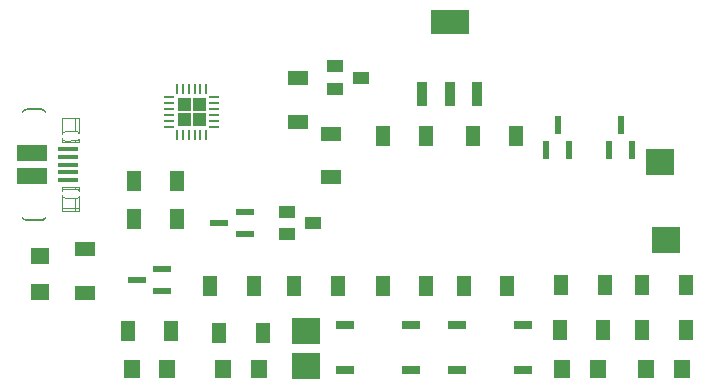
<source format=gbr>
G04 EAGLE Gerber RS-274X export*
G75*
%MOMM*%
%FSLAX34Y34*%
%LPD*%
%INSolderpaste Top*%
%IPPOS*%
%AMOC8*
5,1,8,0,0,1.08239X$1,22.5*%
G01*
%ADD10R,1.300000X1.800000*%
%ADD11R,1.600000X1.400000*%
%ADD12R,1.800000X1.300000*%
%ADD13R,1.524000X0.762000*%
%ADD14R,0.254000X0.914400*%
%ADD15R,0.914400X0.254000*%
%ADD16R,1.400000X1.000000*%
%ADD17R,0.901600X2.066000*%
%ADD18R,3.201600X2.066000*%
%ADD19C,0.005000*%
%ADD20R,1.750000X0.400000*%
%ADD21R,2.500000X1.375000*%
%ADD22R,2.489200X2.235200*%
%ADD23R,1.625600X0.609600*%
%ADD24R,1.400000X1.600000*%
%ADD25R,0.609600X1.625600*%

G36*
X148862Y247255D02*
X148862Y247255D01*
X148864Y247254D01*
X148907Y247274D01*
X148951Y247292D01*
X148951Y247294D01*
X148953Y247295D01*
X148986Y247380D01*
X148986Y258080D01*
X148985Y258082D01*
X148986Y258084D01*
X148966Y258127D01*
X148948Y258171D01*
X148946Y258171D01*
X148945Y258173D01*
X148860Y258206D01*
X138160Y258206D01*
X138158Y258205D01*
X138156Y258206D01*
X138113Y258186D01*
X138069Y258168D01*
X138069Y258166D01*
X138067Y258165D01*
X138034Y258080D01*
X138034Y247380D01*
X138035Y247378D01*
X138034Y247376D01*
X138054Y247333D01*
X138072Y247289D01*
X138074Y247289D01*
X138075Y247287D01*
X138160Y247254D01*
X148860Y247254D01*
X148862Y247255D01*
G37*
G36*
X161562Y247255D02*
X161562Y247255D01*
X161564Y247254D01*
X161607Y247274D01*
X161651Y247292D01*
X161651Y247294D01*
X161653Y247295D01*
X161686Y247380D01*
X161686Y258080D01*
X161685Y258082D01*
X161686Y258084D01*
X161666Y258127D01*
X161648Y258171D01*
X161646Y258171D01*
X161645Y258173D01*
X161560Y258206D01*
X150860Y258206D01*
X150858Y258205D01*
X150856Y258206D01*
X150813Y258186D01*
X150769Y258168D01*
X150769Y258166D01*
X150767Y258165D01*
X150734Y258080D01*
X150734Y247380D01*
X150735Y247378D01*
X150734Y247376D01*
X150754Y247333D01*
X150772Y247289D01*
X150774Y247289D01*
X150775Y247287D01*
X150860Y247254D01*
X161560Y247254D01*
X161562Y247255D01*
G37*
G36*
X148862Y234555D02*
X148862Y234555D01*
X148864Y234554D01*
X148907Y234574D01*
X148951Y234592D01*
X148951Y234594D01*
X148953Y234595D01*
X148986Y234680D01*
X148986Y245380D01*
X148985Y245382D01*
X148986Y245384D01*
X148966Y245427D01*
X148948Y245471D01*
X148946Y245471D01*
X148945Y245473D01*
X148860Y245506D01*
X138160Y245506D01*
X138158Y245505D01*
X138156Y245506D01*
X138113Y245486D01*
X138069Y245468D01*
X138069Y245466D01*
X138067Y245465D01*
X138034Y245380D01*
X138034Y234680D01*
X138035Y234678D01*
X138034Y234676D01*
X138054Y234633D01*
X138072Y234589D01*
X138074Y234589D01*
X138075Y234587D01*
X138160Y234554D01*
X148860Y234554D01*
X148862Y234555D01*
G37*
G36*
X161562Y234555D02*
X161562Y234555D01*
X161564Y234554D01*
X161607Y234574D01*
X161651Y234592D01*
X161651Y234594D01*
X161653Y234595D01*
X161686Y234680D01*
X161686Y245380D01*
X161685Y245382D01*
X161686Y245384D01*
X161666Y245427D01*
X161648Y245471D01*
X161646Y245471D01*
X161645Y245473D01*
X161560Y245506D01*
X150860Y245506D01*
X150858Y245505D01*
X150856Y245506D01*
X150813Y245486D01*
X150769Y245468D01*
X150769Y245466D01*
X150767Y245465D01*
X150734Y245380D01*
X150734Y234680D01*
X150735Y234678D01*
X150734Y234676D01*
X150754Y234633D01*
X150772Y234589D01*
X150774Y234589D01*
X150775Y234587D01*
X150860Y234554D01*
X161560Y234554D01*
X161562Y234555D01*
G37*
G36*
X6064Y242979D02*
X6064Y242979D01*
X6064Y242980D01*
X6199Y244130D01*
X6587Y245221D01*
X7208Y246198D01*
X8031Y247013D01*
X9014Y247625D01*
X10109Y248002D01*
X11260Y248126D01*
X22060Y248126D01*
X23132Y247964D01*
X24146Y247581D01*
X25056Y246993D01*
X25823Y246226D01*
X26411Y245316D01*
X26794Y244302D01*
X26956Y243229D01*
X26960Y243226D01*
X27010Y243226D01*
X27014Y243229D01*
X27014Y243230D01*
X27014Y245230D01*
X26909Y246165D01*
X26908Y246166D01*
X26909Y246166D01*
X26598Y247054D01*
X26598Y247055D01*
X26097Y247851D01*
X26097Y247852D01*
X25432Y248517D01*
X25431Y248517D01*
X24635Y249018D01*
X24634Y249018D01*
X23746Y249329D01*
X23745Y249328D01*
X23745Y249329D01*
X22810Y249434D01*
X10210Y249434D01*
X9275Y249329D01*
X9275Y249328D01*
X9274Y249329D01*
X8386Y249018D01*
X8385Y249018D01*
X7589Y248517D01*
X7588Y248517D01*
X6923Y247852D01*
X6923Y247851D01*
X6422Y247055D01*
X6422Y247054D01*
X6111Y246166D01*
X6112Y246165D01*
X6111Y246165D01*
X6006Y245230D01*
X6006Y242980D01*
X6009Y242976D01*
X6010Y242976D01*
X6060Y242976D01*
X6064Y242979D01*
G37*
G36*
X22810Y154426D02*
X22810Y154426D01*
X23745Y154531D01*
X23746Y154532D01*
X23746Y154531D01*
X24634Y154842D01*
X24634Y154843D01*
X24635Y154842D01*
X25431Y155343D01*
X25432Y155343D01*
X26097Y156008D01*
X26097Y156009D01*
X26598Y156805D01*
X26598Y156806D01*
X26909Y157694D01*
X26908Y157695D01*
X26909Y157695D01*
X26909Y157698D01*
X26910Y157702D01*
X26911Y157710D01*
X26911Y157711D01*
X26911Y157715D01*
X26912Y157723D01*
X26913Y157727D01*
X26913Y157728D01*
X26914Y157736D01*
X26914Y157740D01*
X26915Y157749D01*
X26915Y157753D01*
X26916Y157761D01*
X26916Y157762D01*
X26917Y157766D01*
X26918Y157774D01*
X26918Y157778D01*
X26918Y157779D01*
X26919Y157787D01*
X26920Y157791D01*
X26921Y157800D01*
X26921Y157804D01*
X26922Y157808D01*
X26922Y157812D01*
X26922Y157813D01*
X26923Y157817D01*
X26923Y157821D01*
X26924Y157829D01*
X26924Y157830D01*
X26925Y157834D01*
X26926Y157842D01*
X26926Y157846D01*
X26926Y157847D01*
X26927Y157855D01*
X26927Y157859D01*
X26928Y157868D01*
X26929Y157872D01*
X26930Y157880D01*
X26930Y157881D01*
X26930Y157885D01*
X26931Y157893D01*
X26932Y157897D01*
X26932Y157898D01*
X26933Y157906D01*
X26933Y157910D01*
X26934Y157919D01*
X26935Y157923D01*
X26936Y157931D01*
X26936Y157932D01*
X26936Y157936D01*
X26937Y157944D01*
X26937Y157948D01*
X26938Y157948D01*
X26937Y157949D01*
X26938Y157957D01*
X26939Y157961D01*
X26939Y157965D01*
X26939Y157966D01*
X26940Y157970D01*
X26940Y157974D01*
X26941Y157978D01*
X26941Y157982D01*
X26941Y157983D01*
X26942Y157987D01*
X26942Y157991D01*
X26943Y157999D01*
X26943Y158000D01*
X26944Y158004D01*
X26945Y158012D01*
X26945Y158016D01*
X26945Y158017D01*
X26946Y158025D01*
X26947Y158029D01*
X26948Y158038D01*
X26948Y158042D01*
X26949Y158050D01*
X26949Y158051D01*
X26949Y158055D01*
X26950Y158063D01*
X26951Y158067D01*
X26951Y158068D01*
X26952Y158076D01*
X26952Y158080D01*
X26953Y158089D01*
X26954Y158093D01*
X26955Y158101D01*
X26955Y158102D01*
X26955Y158106D01*
X26956Y158114D01*
X26957Y158118D01*
X26957Y158119D01*
X26958Y158127D01*
X26958Y158131D01*
X26959Y158135D01*
X26959Y158136D01*
X26959Y158140D01*
X26960Y158144D01*
X26960Y158148D01*
X26960Y158152D01*
X26961Y158152D01*
X26960Y158153D01*
X26961Y158157D01*
X26961Y158161D01*
X26962Y158169D01*
X26962Y158170D01*
X26963Y158174D01*
X26964Y158182D01*
X26964Y158186D01*
X26964Y158187D01*
X26965Y158195D01*
X26966Y158199D01*
X26967Y158208D01*
X26967Y158212D01*
X26968Y158220D01*
X26968Y158221D01*
X26969Y158225D01*
X26970Y158233D01*
X26970Y158237D01*
X26970Y158238D01*
X26971Y158246D01*
X26971Y158250D01*
X26972Y158250D01*
X26971Y158250D01*
X26972Y158259D01*
X26973Y158263D01*
X26974Y158271D01*
X26974Y158272D01*
X26974Y158276D01*
X26975Y158284D01*
X26976Y158288D01*
X26976Y158289D01*
X26977Y158297D01*
X26977Y158301D01*
X26978Y158305D01*
X26978Y158306D01*
X26978Y158310D01*
X26979Y158314D01*
X26979Y158318D01*
X26980Y158322D01*
X26980Y158323D01*
X26980Y158327D01*
X26981Y158331D01*
X26982Y158339D01*
X26982Y158340D01*
X26982Y158344D01*
X26983Y158352D01*
X26983Y158356D01*
X26983Y158357D01*
X26984Y158365D01*
X26985Y158369D01*
X26986Y158378D01*
X26986Y158382D01*
X26987Y158390D01*
X26987Y158391D01*
X26988Y158395D01*
X26989Y158403D01*
X26989Y158407D01*
X26989Y158408D01*
X26990Y158416D01*
X26991Y158420D01*
X26992Y158429D01*
X26992Y158433D01*
X26993Y158441D01*
X26993Y158442D01*
X26994Y158446D01*
X26994Y158454D01*
X26995Y158454D01*
X26994Y158454D01*
X26995Y158458D01*
X26995Y158459D01*
X26996Y158467D01*
X26996Y158471D01*
X26997Y158475D01*
X26997Y158476D01*
X26997Y158480D01*
X26998Y158484D01*
X26998Y158488D01*
X26999Y158497D01*
X27000Y158501D01*
X27001Y158509D01*
X27001Y158510D01*
X27001Y158514D01*
X27002Y158522D01*
X27003Y158526D01*
X27003Y158527D01*
X27004Y158535D01*
X27004Y158539D01*
X27005Y158548D01*
X27005Y158552D01*
X27006Y158552D01*
X27005Y158552D01*
X27006Y158560D01*
X27006Y158561D01*
X27007Y158565D01*
X27008Y158573D01*
X27008Y158577D01*
X27008Y158578D01*
X27009Y158586D01*
X27010Y158590D01*
X27011Y158599D01*
X27011Y158603D01*
X27012Y158611D01*
X27012Y158612D01*
X27013Y158616D01*
X27014Y158624D01*
X27014Y158628D01*
X27014Y158629D01*
X27014Y158630D01*
X27014Y160630D01*
X27011Y160634D01*
X27010Y160634D01*
X26960Y160634D01*
X26956Y160631D01*
X26955Y160627D01*
X26955Y160623D01*
X26954Y160619D01*
X26953Y160614D01*
X26953Y160610D01*
X26952Y160606D01*
X26951Y160602D01*
X26951Y160597D01*
X26950Y160593D01*
X26950Y160589D01*
X26949Y160589D01*
X26950Y160589D01*
X26949Y160585D01*
X26948Y160580D01*
X26948Y160576D01*
X26947Y160572D01*
X26946Y160568D01*
X26946Y160563D01*
X26945Y160559D01*
X26944Y160555D01*
X26944Y160551D01*
X26943Y160546D01*
X26942Y160542D01*
X26942Y160538D01*
X26941Y160534D01*
X26941Y160529D01*
X26940Y160525D01*
X26939Y160521D01*
X26939Y160517D01*
X26938Y160512D01*
X26937Y160508D01*
X26937Y160504D01*
X26936Y160500D01*
X26935Y160495D01*
X26935Y160491D01*
X26934Y160487D01*
X26934Y160483D01*
X26933Y160483D01*
X26934Y160483D01*
X26933Y160478D01*
X26932Y160474D01*
X26932Y160470D01*
X26931Y160466D01*
X26930Y160461D01*
X26930Y160457D01*
X26929Y160453D01*
X26928Y160449D01*
X26928Y160444D01*
X26927Y160440D01*
X26926Y160436D01*
X26926Y160432D01*
X26925Y160427D01*
X26925Y160423D01*
X26924Y160419D01*
X26923Y160415D01*
X26923Y160410D01*
X26922Y160406D01*
X26921Y160402D01*
X26921Y160398D01*
X26920Y160393D01*
X26919Y160389D01*
X26919Y160385D01*
X26918Y160381D01*
X26918Y160376D01*
X26917Y160376D01*
X26917Y160372D01*
X26916Y160368D01*
X26916Y160364D01*
X26915Y160359D01*
X26914Y160355D01*
X26914Y160351D01*
X26913Y160347D01*
X26912Y160342D01*
X26912Y160338D01*
X26911Y160334D01*
X26910Y160330D01*
X26910Y160325D01*
X26909Y160321D01*
X26909Y160317D01*
X26908Y160317D01*
X26909Y160317D01*
X26908Y160313D01*
X26907Y160308D01*
X26907Y160304D01*
X26906Y160300D01*
X26905Y160296D01*
X26905Y160291D01*
X26904Y160287D01*
X26903Y160283D01*
X26903Y160279D01*
X26902Y160274D01*
X26901Y160270D01*
X26901Y160266D01*
X26900Y160262D01*
X26900Y160257D01*
X26899Y160253D01*
X26898Y160249D01*
X26898Y160245D01*
X26897Y160240D01*
X26896Y160236D01*
X26896Y160232D01*
X26895Y160228D01*
X26894Y160223D01*
X26894Y160219D01*
X26893Y160215D01*
X26893Y160211D01*
X26892Y160211D01*
X26893Y160211D01*
X26892Y160206D01*
X26891Y160202D01*
X26891Y160198D01*
X26890Y160194D01*
X26889Y160189D01*
X26889Y160185D01*
X26888Y160181D01*
X26887Y160177D01*
X26887Y160172D01*
X26886Y160168D01*
X26885Y160164D01*
X26885Y160160D01*
X26884Y160155D01*
X26884Y160151D01*
X26883Y160147D01*
X26882Y160143D01*
X26882Y160138D01*
X26881Y160134D01*
X26880Y160130D01*
X26880Y160126D01*
X26879Y160121D01*
X26878Y160117D01*
X26878Y160113D01*
X26877Y160109D01*
X26877Y160104D01*
X26876Y160104D01*
X26876Y160100D01*
X26875Y160096D01*
X26875Y160092D01*
X26874Y160087D01*
X26873Y160083D01*
X26873Y160079D01*
X26872Y160075D01*
X26871Y160070D01*
X26871Y160066D01*
X26870Y160062D01*
X26869Y160058D01*
X26869Y160053D01*
X26868Y160049D01*
X26868Y160045D01*
X26867Y160045D01*
X26868Y160045D01*
X26867Y160041D01*
X26866Y160036D01*
X26866Y160032D01*
X26865Y160028D01*
X26864Y160024D01*
X26864Y160019D01*
X26863Y160015D01*
X26862Y160011D01*
X26862Y160007D01*
X26861Y160002D01*
X26860Y159998D01*
X26860Y159994D01*
X26859Y159990D01*
X26859Y159985D01*
X26858Y159981D01*
X26857Y159977D01*
X26857Y159973D01*
X26856Y159968D01*
X26855Y159964D01*
X26855Y159960D01*
X26854Y159956D01*
X26853Y159951D01*
X26853Y159947D01*
X26852Y159943D01*
X26852Y159939D01*
X26851Y159939D01*
X26852Y159939D01*
X26851Y159934D01*
X26850Y159930D01*
X26850Y159926D01*
X26849Y159922D01*
X26848Y159917D01*
X26848Y159913D01*
X26847Y159909D01*
X26846Y159905D01*
X26846Y159900D01*
X26845Y159896D01*
X26844Y159892D01*
X26844Y159888D01*
X26843Y159883D01*
X26843Y159879D01*
X26842Y159875D01*
X26841Y159871D01*
X26841Y159866D01*
X26840Y159862D01*
X26839Y159858D01*
X26839Y159854D01*
X26838Y159849D01*
X26837Y159845D01*
X26837Y159841D01*
X26836Y159837D01*
X26836Y159832D01*
X26835Y159832D01*
X26836Y159832D01*
X26835Y159828D01*
X26834Y159824D01*
X26834Y159820D01*
X26833Y159815D01*
X26832Y159811D01*
X26832Y159807D01*
X26831Y159803D01*
X26830Y159798D01*
X26830Y159794D01*
X26829Y159790D01*
X26828Y159786D01*
X26828Y159781D01*
X26827Y159777D01*
X26827Y159773D01*
X26826Y159769D01*
X26825Y159764D01*
X26825Y159760D01*
X26824Y159756D01*
X26823Y159752D01*
X26823Y159747D01*
X26822Y159743D01*
X26821Y159739D01*
X26821Y159735D01*
X26820Y159730D01*
X26819Y159726D01*
X26819Y159722D01*
X26818Y159718D01*
X26818Y159713D01*
X26817Y159709D01*
X26816Y159705D01*
X26816Y159701D01*
X26815Y159696D01*
X26814Y159692D01*
X26814Y159688D01*
X26813Y159684D01*
X26812Y159679D01*
X26812Y159675D01*
X26811Y159671D01*
X26811Y159667D01*
X26810Y159667D01*
X26811Y159667D01*
X26810Y159662D01*
X26809Y159658D01*
X26809Y159654D01*
X26808Y159650D01*
X26807Y159645D01*
X26807Y159641D01*
X26806Y159637D01*
X26805Y159633D01*
X26805Y159628D01*
X26804Y159624D01*
X26803Y159620D01*
X26803Y159616D01*
X26802Y159611D01*
X26802Y159607D01*
X26801Y159603D01*
X26800Y159599D01*
X26800Y159594D01*
X26799Y159590D01*
X26798Y159586D01*
X26798Y159582D01*
X26797Y159577D01*
X26796Y159573D01*
X26796Y159569D01*
X26795Y159565D01*
X26795Y159560D01*
X26794Y159560D01*
X26795Y159560D01*
X26794Y159558D01*
X26411Y158544D01*
X25823Y157634D01*
X25056Y156867D01*
X24146Y156279D01*
X23132Y155896D01*
X22060Y155734D01*
X11260Y155734D01*
X10109Y155858D01*
X9014Y156236D01*
X8031Y156847D01*
X7208Y157662D01*
X6587Y158639D01*
X6199Y159730D01*
X6064Y160881D01*
X6060Y160884D01*
X6010Y160884D01*
X6006Y160881D01*
X6006Y160880D01*
X6006Y158630D01*
X6111Y157695D01*
X6112Y157695D01*
X6111Y157694D01*
X6422Y156806D01*
X6423Y156806D01*
X6422Y156805D01*
X6923Y156009D01*
X6923Y156008D01*
X7588Y155343D01*
X7589Y155343D01*
X8385Y154842D01*
X8386Y154842D01*
X9274Y154531D01*
X9275Y154532D01*
X9275Y154531D01*
X10210Y154426D01*
X22810Y154426D01*
X22810Y154426D01*
G37*
D10*
X311700Y99060D03*
X348700Y99060D03*
D11*
X21590Y124220D03*
X21590Y94220D03*
D12*
X59690Y130260D03*
X59690Y93260D03*
D10*
X417280Y99060D03*
X380280Y99060D03*
D13*
X430530Y27940D03*
X374650Y27940D03*
X430530Y66040D03*
X374650Y66040D03*
X335280Y27940D03*
X279400Y27940D03*
X335280Y66040D03*
X279400Y66040D03*
D12*
X267970Y191050D03*
X267970Y228050D03*
X240030Y275040D03*
X240030Y238040D03*
D14*
X162363Y265811D03*
X157362Y265811D03*
X152361Y265811D03*
X147359Y265811D03*
X142358Y265811D03*
X137357Y265811D03*
D15*
X130429Y258883D03*
X130429Y253882D03*
X130429Y248881D03*
X130429Y243879D03*
X130429Y238878D03*
X130429Y233877D03*
D14*
X137357Y226949D03*
X142358Y226949D03*
X147359Y226949D03*
X152361Y226949D03*
X157362Y226949D03*
X162363Y226949D03*
D15*
X169291Y233877D03*
X169291Y238878D03*
X169291Y243879D03*
X169291Y248881D03*
X169291Y253882D03*
X169291Y258883D03*
D10*
X137880Y156210D03*
X100880Y156210D03*
X137880Y187960D03*
X100880Y187960D03*
D16*
X252300Y152400D03*
X230300Y142900D03*
X230300Y161900D03*
X292940Y275590D03*
X270940Y266090D03*
X270940Y285090D03*
D17*
X345300Y261342D03*
X368300Y261342D03*
X391300Y261342D03*
D18*
X368300Y322858D03*
D10*
X348700Y226060D03*
X311700Y226060D03*
X387900Y226060D03*
X424900Y226060D03*
D19*
X54610Y175430D02*
X54610Y162930D01*
X54117Y174800D02*
X54610Y175430D01*
X54117Y174800D02*
X53498Y174292D01*
X52785Y173929D01*
X52010Y173730D01*
X42410Y173830D01*
X41659Y174119D01*
X40988Y174564D01*
X40430Y175143D01*
X40010Y175830D01*
X40010Y162930D01*
X54610Y162930D01*
X54610Y165100D02*
X40010Y165100D01*
X50800Y162930D02*
X50800Y173743D01*
X54610Y179930D02*
X54610Y182930D01*
X40010Y182930D01*
X40010Y179830D01*
X40495Y180484D01*
X41110Y181018D01*
X41827Y181406D01*
X42610Y181630D01*
X52310Y181530D01*
X52955Y181314D01*
X53537Y180963D01*
X54030Y180494D01*
X54410Y179930D01*
X54610Y179930D01*
X50800Y181546D02*
X50800Y182930D01*
X54610Y228430D02*
X54610Y240930D01*
X54117Y229060D02*
X54610Y228430D01*
X54117Y229060D02*
X53498Y229568D01*
X52785Y229931D01*
X52010Y230130D01*
X42410Y230030D01*
X41659Y229741D01*
X40988Y229296D01*
X40430Y228717D01*
X40010Y228030D01*
X40010Y240930D01*
X54610Y240930D01*
X40359Y228600D02*
X40010Y228600D01*
X54477Y228600D02*
X54610Y228600D01*
X50800Y230117D02*
X50800Y240930D01*
X54610Y223930D02*
X54610Y220930D01*
X40010Y220930D01*
X40010Y224030D01*
X40495Y223376D01*
X41110Y222842D01*
X41827Y222454D01*
X42610Y222230D01*
X52310Y222330D01*
X52955Y222546D01*
X53537Y222897D01*
X54030Y223366D01*
X54410Y223930D01*
X54610Y223930D01*
X50800Y222314D02*
X50800Y220930D01*
D20*
X45260Y214930D03*
X45260Y208430D03*
X45260Y201930D03*
X45260Y195430D03*
X45260Y188930D03*
D21*
X14510Y211305D03*
X14510Y192555D03*
D22*
X246380Y31750D03*
D23*
X194818Y142875D03*
X194818Y161925D03*
X173482Y152400D03*
D10*
X236770Y99060D03*
X273770Y99060D03*
D24*
X176770Y29210D03*
X206770Y29210D03*
D10*
X173270Y59690D03*
X210270Y59690D03*
D22*
X551180Y138430D03*
D25*
X450215Y214122D03*
X469265Y214122D03*
X459740Y235458D03*
D10*
X499830Y100330D03*
X462830Y100330D03*
D24*
X463790Y29210D03*
X493790Y29210D03*
D10*
X461560Y62230D03*
X498560Y62230D03*
D22*
X546100Y204470D03*
D25*
X503555Y214122D03*
X522605Y214122D03*
X513080Y235458D03*
D10*
X531410Y100330D03*
X568410Y100330D03*
D24*
X534910Y29210D03*
X564910Y29210D03*
D10*
X531410Y62230D03*
X568410Y62230D03*
D22*
X246380Y60960D03*
D23*
X124968Y94615D03*
X124968Y113665D03*
X103632Y104140D03*
D10*
X165650Y99060D03*
X202650Y99060D03*
D24*
X99300Y29210D03*
X129300Y29210D03*
D10*
X95800Y60960D03*
X132800Y60960D03*
M02*

</source>
